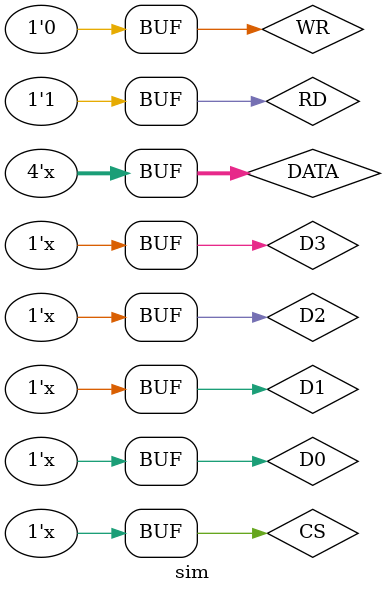
<source format=v>
`timescale 1ns / 1ps


module sim;
parameter DELAY=2;
reg RD,WR,CS,D0,D1,D2,D3;
wire [3:0]DATA;
initial 
    begin
        CS=0;
        RD=0;
        WR=0;
        {D3,D2,D1,D0}=4'b1;
    end
always #DELAY CS=~CS;
always #(DELAY*4) {D3,D2,D1,D0}={D3,D2,D1,D0}+1;
always
    begin
        RD=0;
        #(DELAY*2)
        RD=1;
        #(DELAY*2);
    end
always
    begin
        WR=1;
        #(DELAY*2)
        WR=0;
        #(DELAY*2);
    end
assign DATA=WR&&CS?{D3,D2,D1,D0}:4'bz;
Register u0(RD,WR,CS,DATA);
endmodule


</source>
